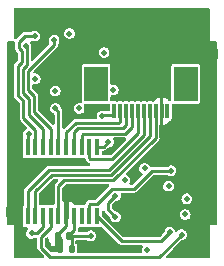
<source format=gbr>
%TF.GenerationSoftware,KiCad,Pcbnew,6.0.7-f9a2dced07~116~ubuntu20.04.1*%
%TF.CreationDate,2022-09-18T16:57:55+02:00*%
%TF.ProjectId,SRRReceiver,53525252-6563-4656-9976-65722e6b6963,rev?*%
%TF.SameCoordinates,Original*%
%TF.FileFunction,Copper,L4,Bot*%
%TF.FilePolarity,Positive*%
%FSLAX46Y46*%
G04 Gerber Fmt 4.6, Leading zero omitted, Abs format (unit mm)*
G04 Created by KiCad (PCBNEW 6.0.7-f9a2dced07~116~ubuntu20.04.1) date 2022-09-18 16:57:55*
%MOMM*%
%LPD*%
G01*
G04 APERTURE LIST*
G04 Aperture macros list*
%AMRoundRect*
0 Rectangle with rounded corners*
0 $1 Rounding radius*
0 $2 $3 $4 $5 $6 $7 $8 $9 X,Y pos of 4 corners*
0 Add a 4 corners polygon primitive as box body*
4,1,4,$2,$3,$4,$5,$6,$7,$8,$9,$2,$3,0*
0 Add four circle primitives for the rounded corners*
1,1,$1+$1,$2,$3*
1,1,$1+$1,$4,$5*
1,1,$1+$1,$6,$7*
1,1,$1+$1,$8,$9*
0 Add four rect primitives between the rounded corners*
20,1,$1+$1,$2,$3,$4,$5,0*
20,1,$1+$1,$4,$5,$6,$7,0*
20,1,$1+$1,$6,$7,$8,$9,0*
20,1,$1+$1,$8,$9,$2,$3,0*%
G04 Aperture macros list end*
%TA.AperFunction,SMDPad,CuDef*%
%ADD10R,0.450000X1.475000*%
%TD*%
%TA.AperFunction,ComponentPad*%
%ADD11R,0.500000X0.900000*%
%TD*%
%TA.AperFunction,SMDPad,CuDef*%
%ADD12R,0.300000X1.250000*%
%TD*%
%TA.AperFunction,SMDPad,CuDef*%
%ADD13R,2.000000X3.000000*%
%TD*%
%TA.AperFunction,SMDPad,CuDef*%
%ADD14RoundRect,0.140000X-0.140000X-0.170000X0.140000X-0.170000X0.140000X0.170000X-0.140000X0.170000X0*%
%TD*%
%TA.AperFunction,ViaPad*%
%ADD15C,0.500000*%
%TD*%
%TA.AperFunction,Conductor*%
%ADD16C,0.250000*%
%TD*%
G04 APERTURE END LIST*
D10*
%TO.P,IC1,1,PB7/PB8*%
%TO.N,SPI2_MOSI*%
X123025000Y-96238000D03*
%TO.P,IC1,2,PB9/PC14-OSC32_IN*%
%TO.N,SPI2_NSS*%
X122375000Y-96238000D03*
%TO.P,IC1,3,PC15-OSC32_OUT*%
%TO.N,unconnected-(IC1-Pad3)*%
X121725000Y-96238000D03*
%TO.P,IC1,4,VDD/VDDA*%
%TO.N,VDD*%
X121075000Y-96238000D03*
%TO.P,IC1,5,VSS/VSSA*%
%TO.N,GND*%
X120425000Y-96238000D03*
%TO.P,IC1,6,NRST*%
%TO.N,NRST*%
X119775000Y-96238000D03*
%TO.P,IC1,7,PA0*%
%TO.N,SPI2_SCK*%
X119125000Y-96238000D03*
%TO.P,IC1,8,PA1*%
%TO.N,GD0_INT_2*%
X118475000Y-96238000D03*
%TO.P,IC1,9,PA2*%
%TO.N,USART2_TX*%
X117825000Y-96238000D03*
%TO.P,IC1,10,PA3*%
%TO.N,USART2_RX*%
X117175000Y-96238000D03*
%TO.P,IC1,11,PA4*%
%TO.N,GD0_INT_1*%
X117175000Y-90362000D03*
%TO.P,IC1,12,PA5*%
%TO.N,SPI1_SCK*%
X117825000Y-90362000D03*
%TO.P,IC1,13,PA6*%
%TO.N,SPI1_MISO*%
X118475000Y-90362000D03*
%TO.P,IC1,14,PA7*%
%TO.N,SPI1_MOSI*%
X119125000Y-90362000D03*
%TO.P,IC1,15,PB0/PB1/PB2/PA8*%
%TO.N,SPI1_NSS*%
X119775000Y-90362000D03*
%TO.P,IC1,16,PA11[PA9]*%
%TO.N,I2C2_SCL*%
X120425000Y-90362000D03*
%TO.P,IC1,17,PA12[PA10]*%
%TO.N,I2C2_SDA*%
X121075000Y-90362000D03*
%TO.P,IC1,18,PA13*%
%TO.N,SYS_SWDIO*%
X121725000Y-90362000D03*
%TO.P,IC1,19,PA15/PA14-BOOT0*%
%TO.N,SYS_SWCLK*%
X122375000Y-90362000D03*
%TO.P,IC1,20,PB3/PB4/PB5/PB6*%
%TO.N,SPI2_MISO*%
X123025000Y-90362000D03*
%TD*%
D11*
%TO.P,AE2,2,Shield*%
%TO.N,GND*%
X133000000Y-82550000D03*
%TD*%
%TO.P,AE1,2,Shield*%
%TO.N,GND*%
X115600000Y-95900000D03*
%TD*%
D12*
%TO.P,J1,1,Pin_1*%
%TO.N,VDD*%
X124500000Y-87350000D03*
%TO.P,J1,2,Pin_2*%
%TO.N,I2C2_SCL*%
X125000000Y-87350000D03*
%TO.P,J1,3,Pin_3*%
%TO.N,I2C2_SDA*%
X125500000Y-87350000D03*
%TO.P,J1,4,Pin_4*%
%TO.N,SYS_SWDIO*%
X126000000Y-87350000D03*
%TO.P,J1,5,Pin_5*%
%TO.N,SYS_SWCLK*%
X126500000Y-87350000D03*
%TO.P,J1,6,Pin_6*%
%TO.N,USART2_RX*%
X127000000Y-87350000D03*
%TO.P,J1,7,Pin_7*%
%TO.N,USART2_TX*%
X127500000Y-87350000D03*
%TO.P,J1,8,Pin_8*%
%TO.N,NRST*%
X128000000Y-87350000D03*
%TO.P,J1,9,Pin_9*%
%TO.N,GND*%
X128500000Y-87350000D03*
%TO.P,J1,10,Pin_10*%
%TO.N,unconnected-(J1-Pad10)*%
X129000000Y-87350000D03*
D13*
%TO.P,J1,MP*%
%TO.N,N/C*%
X122960000Y-85030000D03*
X130540000Y-85030000D03*
%TD*%
D14*
%TO.P,C9,1*%
%TO.N,GND*%
X119920000Y-99000000D03*
%TO.P,C9,2*%
%TO.N,VDD*%
X120880000Y-99000000D03*
%TD*%
%TO.P,C8,1*%
%TO.N,GND*%
X119720000Y-97900000D03*
%TO.P,C8,2*%
%TO.N,VDD*%
X120680000Y-97900000D03*
%TD*%
D15*
%TO.N,GND*%
X130300000Y-79250000D03*
X120300000Y-83300000D03*
X130300000Y-99300000D03*
X127100000Y-96000000D03*
X130250000Y-80400000D03*
X116500000Y-98400000D03*
X128700000Y-85700000D03*
X126850000Y-80350000D03*
X116400000Y-92600000D03*
X118874500Y-98600000D03*
X131932578Y-87123938D03*
X125100000Y-79200000D03*
X124200000Y-90700000D03*
X128750000Y-81250000D03*
X116600000Y-79200000D03*
X126300000Y-79200000D03*
X117800000Y-92000000D03*
X116400000Y-91500000D03*
X116075500Y-82700000D03*
X131800000Y-94600000D03*
X121150000Y-83300000D03*
X125650000Y-85350000D03*
X127700000Y-79200000D03*
X118000000Y-79200000D03*
X119900000Y-79200000D03*
X116500000Y-97400000D03*
X131600000Y-81500000D03*
X127850000Y-86250000D03*
X121150000Y-84200000D03*
X116600000Y-89000000D03*
X116400000Y-90400000D03*
X129968767Y-92881233D03*
X122500000Y-93900000D03*
X131800000Y-91500000D03*
X128100000Y-96000000D03*
X118600000Y-86200000D03*
X131800000Y-90400000D03*
X131650000Y-79250000D03*
X131100000Y-89300000D03*
X116300000Y-94900000D03*
X131989502Y-86000000D03*
X131650000Y-80400000D03*
X117600000Y-99400000D03*
X116500000Y-99400000D03*
X132000000Y-99200000D03*
X128850000Y-82350000D03*
X116600000Y-80200000D03*
X130900000Y-97400000D03*
X117800000Y-80000000D03*
X122200000Y-79200000D03*
X116200000Y-86850000D03*
X120900000Y-91700000D03*
X120300000Y-84200000D03*
X118750000Y-94100000D03*
X127100000Y-95100000D03*
X130300000Y-91500000D03*
X131600000Y-82550000D03*
X128050000Y-81600000D03*
X132000000Y-98100000D03*
X121700000Y-98800000D03*
X131100000Y-88100000D03*
X129100000Y-79250000D03*
X127750000Y-80350000D03*
X117050000Y-92100000D03*
X123800000Y-79200000D03*
X127100000Y-91450000D03*
X128100000Y-95100000D03*
X120700000Y-93900000D03*
X131100000Y-98600000D03*
X125200000Y-82300000D03*
X121000000Y-79600000D03*
X129100000Y-90400000D03*
X129100000Y-80350000D03*
%TO.N,SPI2_MOSI*%
X129200000Y-97600000D03*
%TO.N,SPI2_NSS*%
X129300000Y-92400000D03*
%TO.N,VDD*%
X124409502Y-85550000D03*
X125400000Y-93200000D03*
X124600000Y-96300000D03*
X123450000Y-87750000D03*
X127300000Y-99100000D03*
X127068951Y-92198355D03*
X117800000Y-84600000D03*
X130635298Y-94764702D03*
X124600000Y-94500000D03*
X121522266Y-87122266D03*
X123637500Y-82387500D03*
X122500000Y-97900000D03*
X120700000Y-80778732D03*
%TO.N,SPI2_SCK*%
X130200000Y-97800000D03*
%TO.N,SPI1_SCK*%
X117775500Y-81000000D03*
%TO.N,SPI1_MISO*%
X117000000Y-81800000D03*
%TO.N,SPI1_NSS*%
X119509436Y-87121902D03*
%TO.N,SPI2_MISO*%
X130500000Y-96100000D03*
X124000000Y-89950000D03*
%TO.N,SPI1_MOSI*%
X119400000Y-81350000D03*
%TO.N,GD0_INT_2*%
X129100000Y-93700000D03*
X117500000Y-97700000D03*
%TO.N,GD0_INT_1*%
X117236803Y-89289456D03*
X119500000Y-85650000D03*
%TD*%
D16*
%TO.N,GND*%
X119720000Y-97800000D02*
X119920000Y-98000000D01*
X120425000Y-96238000D02*
X120425000Y-97075000D01*
X119720000Y-97780000D02*
X119720000Y-97900000D01*
X120425000Y-97075000D02*
X119720000Y-97780000D01*
X119920000Y-98000000D02*
X119920000Y-98900000D01*
%TO.N,SPI2_MOSI*%
X125137000Y-98350000D02*
X123025000Y-96238000D01*
X128450000Y-98350000D02*
X125137000Y-98350000D01*
X129200000Y-97600000D02*
X128450000Y-98350000D01*
%TO.N,SPI2_NSS*%
X127700000Y-92400000D02*
X126175000Y-93925000D01*
X122475000Y-95175500D02*
X122375000Y-95275500D01*
X124325000Y-93925000D02*
X123074500Y-95175500D01*
X122375000Y-95275500D02*
X122375000Y-96238000D01*
X126175000Y-93925000D02*
X124325000Y-93925000D01*
X123074500Y-95175500D02*
X122475000Y-95175500D01*
X129300000Y-92400000D02*
X127700000Y-92400000D01*
%TO.N,VDD*%
X124600000Y-96300000D02*
X123950000Y-95650000D01*
X120880000Y-98000000D02*
X120880000Y-98900000D01*
X121075000Y-97405000D02*
X120680000Y-97800000D01*
X123950000Y-95150000D02*
X124600000Y-94500000D01*
X123500000Y-87700000D02*
X124500000Y-87700000D01*
X123450000Y-87750000D02*
X123500000Y-87700000D01*
X121075000Y-96238000D02*
X121075000Y-97405000D01*
X120680000Y-97800000D02*
X120880000Y-98000000D01*
X120680000Y-97900000D02*
X122500000Y-97900000D01*
X123950000Y-95650000D02*
X123950000Y-95150000D01*
%TO.N,NRST*%
X119775000Y-93697792D02*
X120272792Y-93200000D01*
X120272792Y-93200000D02*
X124422361Y-93200000D01*
X119775000Y-96238000D02*
X119775000Y-93697792D01*
X124422361Y-93200000D02*
X128000000Y-89622361D01*
X128000000Y-89622361D02*
X128000000Y-87575000D01*
%TO.N,SPI2_SCK*%
X118300000Y-98025500D02*
X119125000Y-97200500D01*
X119075000Y-99675000D02*
X118300000Y-98900000D01*
X119125000Y-97200500D02*
X119125000Y-96238000D01*
X128325000Y-99675000D02*
X119075000Y-99675000D01*
X118300000Y-98900000D02*
X118300000Y-98025500D01*
X130200000Y-97800000D02*
X128325000Y-99675000D01*
%TO.N,USART2_TX*%
X127500000Y-89485965D02*
X127500000Y-87575000D01*
X117825000Y-96238000D02*
X117825000Y-94111396D01*
X124235965Y-92750000D02*
X127500000Y-89485965D01*
X117825000Y-94111396D02*
X119186396Y-92750000D01*
X119186396Y-92750000D02*
X124235965Y-92750000D01*
%TO.N,USART2_RX*%
X117175000Y-96238000D02*
X117175000Y-94125000D01*
X117175000Y-94125000D02*
X119000000Y-92300000D01*
X127000000Y-89349569D02*
X127000000Y-87575000D01*
X119000000Y-92300000D02*
X124049569Y-92300000D01*
X124049569Y-92300000D02*
X127000000Y-89349569D01*
%TO.N,SPI1_SCK*%
X117825000Y-90362000D02*
X117825000Y-88925000D01*
X116800000Y-87900000D02*
X116800000Y-86498431D01*
X116900000Y-81000000D02*
X117775500Y-81000000D01*
X116325000Y-83553130D02*
X116650000Y-83228130D01*
X116650000Y-83228130D02*
X116650000Y-82263173D01*
X116800000Y-86498431D02*
X116325000Y-86023431D01*
X116650000Y-82263173D02*
X116425000Y-82038173D01*
X117825000Y-88925000D02*
X116800000Y-87900000D01*
X116425000Y-82038173D02*
X116425000Y-81475000D01*
X116325000Y-86023431D02*
X116325000Y-83553130D01*
X116425000Y-81475000D02*
X116900000Y-81000000D01*
%TO.N,SPI1_MISO*%
X117250000Y-86312035D02*
X117250000Y-87650000D01*
X117100000Y-81900000D02*
X117100000Y-83414526D01*
X116775000Y-85837035D02*
X117250000Y-86312035D01*
X117100000Y-83414526D02*
X116775000Y-83739526D01*
X118475000Y-88875000D02*
X118475000Y-90362000D01*
X117000000Y-81800000D02*
X117100000Y-81900000D01*
X117250000Y-87650000D02*
X118475000Y-88875000D01*
X116775000Y-83739526D02*
X116775000Y-85837035D01*
%TO.N,SPI1_NSS*%
X119509436Y-87121902D02*
X119775000Y-87387466D01*
X119775000Y-87387466D02*
X119775000Y-90362000D01*
%TO.N,I2C2_SCL*%
X125000000Y-88200000D02*
X124875000Y-88325000D01*
X124875000Y-88325000D02*
X121238604Y-88325000D01*
X121238604Y-88325000D02*
X120425000Y-89138604D01*
X120425000Y-89138604D02*
X120425000Y-90362000D01*
X125000000Y-87375000D02*
X125000000Y-88200000D01*
%TO.N,I2C2_SDA*%
X125500000Y-87575000D02*
X125500000Y-88500000D01*
X125500000Y-88500000D02*
X125200000Y-88800000D01*
X121400000Y-88800000D02*
X121075000Y-89125000D01*
X125200000Y-88800000D02*
X121400000Y-88800000D01*
X121075000Y-89125000D02*
X121075000Y-90362000D01*
%TO.N,SYS_SWDIO*%
X126000000Y-88650000D02*
X126000000Y-87700000D01*
X121874500Y-89250000D02*
X125400000Y-89250000D01*
X125400000Y-89250000D02*
X126000000Y-88650000D01*
X121725000Y-89399500D02*
X121874500Y-89250000D01*
X121725000Y-90362000D02*
X121725000Y-89399500D01*
%TO.N,SYS_SWCLK*%
X122375000Y-90362000D02*
X122375000Y-91324500D01*
X124288673Y-91424500D02*
X126500000Y-89213173D01*
X122475000Y-91424500D02*
X124288673Y-91424500D01*
X122375000Y-91324500D02*
X122475000Y-91424500D01*
X126500000Y-89213173D02*
X126500000Y-87575000D01*
%TO.N,SPI2_MISO*%
X123588000Y-90362000D02*
X123025000Y-90362000D01*
X124000000Y-89950000D02*
X123588000Y-90362000D01*
%TO.N,SPI1_MOSI*%
X119125000Y-88825000D02*
X119125000Y-90362000D01*
X117225000Y-83925922D02*
X117225000Y-85575000D01*
X117700000Y-86050000D02*
X117700000Y-87400000D01*
X117225000Y-85575000D02*
X117700000Y-86050000D01*
X117700000Y-87400000D02*
X119125000Y-88825000D01*
X119400000Y-81750922D02*
X117225000Y-83925922D01*
X119400000Y-81350000D02*
X119400000Y-81750922D01*
%TO.N,GD0_INT_2*%
X117975500Y-97700000D02*
X117500000Y-97700000D01*
X118475000Y-96238000D02*
X118475000Y-97200500D01*
X118475000Y-97200500D02*
X117975500Y-97700000D01*
%TO.N,GD0_INT_1*%
X117175000Y-90362000D02*
X117175000Y-89351259D01*
X117175000Y-89351259D02*
X117236803Y-89289456D01*
%TD*%
%TA.AperFunction,Conductor*%
%TO.N,GND*%
G36*
X132541121Y-78621002D02*
G01*
X132587614Y-78674658D01*
X132599000Y-78727000D01*
X132599000Y-81399802D01*
X132598918Y-81400000D01*
X132599000Y-81400198D01*
X132599235Y-81400765D01*
X132600000Y-81401082D01*
X132600198Y-81401000D01*
X133074000Y-81401000D01*
X133142121Y-81421002D01*
X133188614Y-81474658D01*
X133200000Y-81527000D01*
X133200000Y-96873000D01*
X133179998Y-96941121D01*
X133126342Y-96987614D01*
X133074000Y-96999000D01*
X132600198Y-96999000D01*
X132600000Y-96998918D01*
X132599802Y-96999000D01*
X132599235Y-96999235D01*
X132598918Y-97000000D01*
X132599000Y-97000198D01*
X132599000Y-99673000D01*
X132578998Y-99741121D01*
X132525342Y-99787614D01*
X132473000Y-99799000D01*
X128965516Y-99799000D01*
X128897395Y-99778998D01*
X128850902Y-99725342D01*
X128840798Y-99655068D01*
X128870292Y-99590488D01*
X128876421Y-99583905D01*
X129447282Y-99013045D01*
X130172789Y-98287538D01*
X130235101Y-98253512D01*
X130246310Y-98251599D01*
X130247277Y-98251478D01*
X130256255Y-98251643D01*
X130318505Y-98234672D01*
X130372092Y-98220062D01*
X130372093Y-98220062D01*
X130380755Y-98217700D01*
X130388405Y-98213003D01*
X130388407Y-98213002D01*
X130483072Y-98154878D01*
X130483075Y-98154875D01*
X130490724Y-98150179D01*
X130496750Y-98143522D01*
X130571300Y-98061161D01*
X130571303Y-98061157D01*
X130577322Y-98054507D01*
X130633588Y-97938375D01*
X130637367Y-97915917D01*
X130654190Y-97815917D01*
X130654997Y-97811120D01*
X130655133Y-97800000D01*
X130643627Y-97719658D01*
X130638112Y-97681145D01*
X130638111Y-97681142D01*
X130636839Y-97672259D01*
X130630077Y-97657386D01*
X130587145Y-97562962D01*
X130587143Y-97562959D01*
X130583428Y-97554788D01*
X130548529Y-97514286D01*
X130505051Y-97463826D01*
X130505049Y-97463824D01*
X130499193Y-97457028D01*
X130390906Y-97386841D01*
X130382311Y-97384271D01*
X130382310Y-97384270D01*
X130275874Y-97352438D01*
X130275872Y-97352438D01*
X130267273Y-97349866D01*
X130258298Y-97349811D01*
X130258297Y-97349811D01*
X130203641Y-97349477D01*
X130138231Y-97349078D01*
X130089652Y-97362962D01*
X130022786Y-97382072D01*
X130022784Y-97382073D01*
X130014155Y-97384539D01*
X129905019Y-97453399D01*
X129885236Y-97475799D01*
X129849656Y-97516085D01*
X129789570Y-97553903D01*
X129718576Y-97553232D01*
X129659215Y-97514286D01*
X129636942Y-97472978D01*
X129636839Y-97472259D01*
X129602179Y-97396028D01*
X129587145Y-97362962D01*
X129587143Y-97362959D01*
X129583428Y-97354788D01*
X129537943Y-97302000D01*
X129505051Y-97263826D01*
X129505049Y-97263824D01*
X129499193Y-97257028D01*
X129390906Y-97186841D01*
X129382311Y-97184271D01*
X129382310Y-97184270D01*
X129275874Y-97152438D01*
X129275872Y-97152438D01*
X129267273Y-97149866D01*
X129258298Y-97149811D01*
X129258297Y-97149811D01*
X129203641Y-97149477D01*
X129138231Y-97149078D01*
X129108861Y-97157472D01*
X129022786Y-97182072D01*
X129022784Y-97182073D01*
X129014155Y-97184539D01*
X128905019Y-97253399D01*
X128899076Y-97260128D01*
X128899075Y-97260129D01*
X128877517Y-97284539D01*
X128819596Y-97350122D01*
X128815782Y-97358245D01*
X128815781Y-97358247D01*
X128800065Y-97391721D01*
X128764754Y-97466932D01*
X128763374Y-97475796D01*
X128763373Y-97475799D01*
X128751166Y-97554201D01*
X128720922Y-97618433D01*
X128715762Y-97623911D01*
X128533416Y-97806258D01*
X128352079Y-97987595D01*
X128289766Y-98021620D01*
X128262983Y-98024500D01*
X125324016Y-98024500D01*
X125255895Y-98004498D01*
X125234921Y-97987595D01*
X123487405Y-96240079D01*
X123453379Y-96177767D01*
X123450500Y-96150984D01*
X123450500Y-95906079D01*
X123470502Y-95837958D01*
X123524158Y-95791465D01*
X123594432Y-95781361D01*
X123659012Y-95810855D01*
X123685620Y-95843080D01*
X123696806Y-95862455D01*
X123705251Y-95869541D01*
X123725682Y-95886685D01*
X123733785Y-95894111D01*
X124116237Y-96276563D01*
X124150263Y-96338875D01*
X124152077Y-96349314D01*
X124161633Y-96422394D01*
X124171258Y-96444268D01*
X124201709Y-96513473D01*
X124213605Y-96540510D01*
X124219382Y-96547383D01*
X124219383Y-96547384D01*
X124222963Y-96551643D01*
X124296639Y-96639291D01*
X124404060Y-96710796D01*
X124527233Y-96749278D01*
X124536203Y-96749442D01*
X124536207Y-96749443D01*
X124594942Y-96750519D01*
X124656255Y-96751643D01*
X124718505Y-96734672D01*
X124772092Y-96720062D01*
X124772093Y-96720062D01*
X124780755Y-96717700D01*
X124788405Y-96713003D01*
X124788407Y-96713002D01*
X124883072Y-96654878D01*
X124883075Y-96654875D01*
X124890724Y-96650179D01*
X124896750Y-96643522D01*
X124971300Y-96561161D01*
X124971303Y-96561157D01*
X124977322Y-96554507D01*
X125033588Y-96438375D01*
X125054997Y-96311120D01*
X125055133Y-96300000D01*
X125042744Y-96213489D01*
X125038112Y-96181145D01*
X125038111Y-96181142D01*
X125036839Y-96172259D01*
X125001457Y-96094440D01*
X130044901Y-96094440D01*
X130046065Y-96103342D01*
X130046065Y-96103345D01*
X130060468Y-96213489D01*
X130060469Y-96213493D01*
X130061633Y-96222394D01*
X130113605Y-96340510D01*
X130119382Y-96347383D01*
X130119383Y-96347384D01*
X130188431Y-96429526D01*
X130196639Y-96439291D01*
X130304060Y-96510796D01*
X130372858Y-96532290D01*
X130418124Y-96546432D01*
X130427233Y-96549278D01*
X130436203Y-96549442D01*
X130436207Y-96549443D01*
X130494942Y-96550519D01*
X130556255Y-96551643D01*
X130627240Y-96532290D01*
X130672092Y-96520062D01*
X130672093Y-96520062D01*
X130680755Y-96517700D01*
X130688405Y-96513003D01*
X130688407Y-96513002D01*
X130783072Y-96454878D01*
X130783075Y-96454875D01*
X130790724Y-96450179D01*
X130797224Y-96442998D01*
X130871300Y-96361161D01*
X130871303Y-96361157D01*
X130877322Y-96354507D01*
X130933588Y-96238375D01*
X130946086Y-96164090D01*
X130954190Y-96115917D01*
X130954997Y-96111120D01*
X130955133Y-96100000D01*
X130936839Y-95972259D01*
X130906749Y-95906079D01*
X130887145Y-95862962D01*
X130887143Y-95862959D01*
X130883428Y-95854788D01*
X130820160Y-95781361D01*
X130805051Y-95763826D01*
X130805049Y-95763824D01*
X130799193Y-95757028D01*
X130690906Y-95686841D01*
X130682311Y-95684271D01*
X130682310Y-95684270D01*
X130575874Y-95652438D01*
X130575872Y-95652438D01*
X130567273Y-95649866D01*
X130558298Y-95649811D01*
X130558297Y-95649811D01*
X130503641Y-95649477D01*
X130438231Y-95649078D01*
X130426475Y-95652438D01*
X130322786Y-95682072D01*
X130322784Y-95682073D01*
X130314155Y-95684539D01*
X130205019Y-95753399D01*
X130119596Y-95850122D01*
X130115782Y-95858245D01*
X130115781Y-95858247D01*
X130100772Y-95890216D01*
X130064754Y-95966932D01*
X130063374Y-95975798D01*
X130046282Y-96085567D01*
X130046282Y-96085571D01*
X130044901Y-96094440D01*
X125001457Y-96094440D01*
X124987145Y-96062962D01*
X124987143Y-96062959D01*
X124983428Y-96054788D01*
X124957625Y-96024842D01*
X124905051Y-95963826D01*
X124905049Y-95963824D01*
X124899193Y-95957028D01*
X124790906Y-95886841D01*
X124782311Y-95884271D01*
X124782310Y-95884270D01*
X124675874Y-95852438D01*
X124675872Y-95852438D01*
X124667273Y-95849866D01*
X124658297Y-95849811D01*
X124649417Y-95848484D01*
X124649747Y-95846279D01*
X124593578Y-95829410D01*
X124573254Y-95812928D01*
X124312405Y-95552079D01*
X124278379Y-95489767D01*
X124275500Y-95462984D01*
X124275500Y-95337016D01*
X124295502Y-95268895D01*
X124312405Y-95247921D01*
X124572788Y-94987538D01*
X124635100Y-94953512D01*
X124646309Y-94951599D01*
X124647277Y-94951478D01*
X124656255Y-94951643D01*
X124763861Y-94922306D01*
X124772092Y-94920062D01*
X124772093Y-94920062D01*
X124780755Y-94917700D01*
X124788405Y-94913003D01*
X124788407Y-94913002D01*
X124883072Y-94854878D01*
X124883075Y-94854875D01*
X124890724Y-94850179D01*
X124958029Y-94775822D01*
X124971300Y-94761161D01*
X124971303Y-94761157D01*
X124973127Y-94759142D01*
X130180199Y-94759142D01*
X130181363Y-94768044D01*
X130181363Y-94768047D01*
X130195766Y-94878191D01*
X130195767Y-94878195D01*
X130196931Y-94887096D01*
X130200548Y-94895316D01*
X130244576Y-94995377D01*
X130248903Y-95005212D01*
X130254680Y-95012085D01*
X130254681Y-95012086D01*
X130277152Y-95038818D01*
X130331937Y-95103993D01*
X130439358Y-95175498D01*
X130562531Y-95213980D01*
X130571501Y-95214144D01*
X130571505Y-95214145D01*
X130630240Y-95215221D01*
X130691553Y-95216345D01*
X130766624Y-95195878D01*
X130807390Y-95184764D01*
X130807391Y-95184764D01*
X130816053Y-95182402D01*
X130823703Y-95177705D01*
X130823705Y-95177704D01*
X130918370Y-95119580D01*
X130918373Y-95119577D01*
X130926022Y-95114881D01*
X130935006Y-95104956D01*
X131006598Y-95025863D01*
X131006601Y-95025859D01*
X131012620Y-95019209D01*
X131068886Y-94903077D01*
X131073451Y-94875946D01*
X131089488Y-94780619D01*
X131090295Y-94775822D01*
X131090431Y-94764702D01*
X131072137Y-94636961D01*
X131018726Y-94519490D01*
X130934491Y-94421730D01*
X130826204Y-94351543D01*
X130817609Y-94348973D01*
X130817608Y-94348972D01*
X130711172Y-94317140D01*
X130711170Y-94317140D01*
X130702571Y-94314568D01*
X130693596Y-94314513D01*
X130693595Y-94314513D01*
X130638939Y-94314179D01*
X130573529Y-94313780D01*
X130511491Y-94331511D01*
X130458084Y-94346774D01*
X130458082Y-94346775D01*
X130449453Y-94349241D01*
X130340317Y-94418101D01*
X130254894Y-94514824D01*
X130251080Y-94522947D01*
X130251079Y-94522949D01*
X130225092Y-94578300D01*
X130200052Y-94631634D01*
X130190924Y-94690260D01*
X130181580Y-94750269D01*
X130181580Y-94750273D01*
X130180199Y-94759142D01*
X124973127Y-94759142D01*
X124977322Y-94754507D01*
X125033588Y-94638375D01*
X125054997Y-94511120D01*
X125055133Y-94500000D01*
X125040004Y-94394361D01*
X125050146Y-94324095D01*
X125096669Y-94270465D01*
X125164731Y-94250500D01*
X126155290Y-94250500D01*
X126166272Y-94250980D01*
X126192820Y-94253303D01*
X126192822Y-94253303D01*
X126203807Y-94254264D01*
X126240215Y-94244508D01*
X126250942Y-94242130D01*
X126254301Y-94241538D01*
X126288045Y-94235588D01*
X126297590Y-94230077D01*
X126300866Y-94228885D01*
X126304034Y-94227408D01*
X126314684Y-94224554D01*
X126345544Y-94202945D01*
X126354815Y-94197039D01*
X126377906Y-94183707D01*
X126387455Y-94178194D01*
X126411685Y-94149317D01*
X126419111Y-94141215D01*
X126865886Y-93694440D01*
X128644901Y-93694440D01*
X128646065Y-93703342D01*
X128646065Y-93703345D01*
X128660468Y-93813489D01*
X128660469Y-93813493D01*
X128661633Y-93822394D01*
X128713605Y-93940510D01*
X128719382Y-93947383D01*
X128719383Y-93947384D01*
X128763076Y-93999363D01*
X128796639Y-94039291D01*
X128904060Y-94110796D01*
X128977461Y-94133728D01*
X129012612Y-94144710D01*
X129027233Y-94149278D01*
X129036203Y-94149442D01*
X129036207Y-94149443D01*
X129094942Y-94150519D01*
X129156255Y-94151643D01*
X129221966Y-94133728D01*
X129272092Y-94120062D01*
X129272093Y-94120062D01*
X129280755Y-94117700D01*
X129288405Y-94113003D01*
X129288407Y-94113002D01*
X129383072Y-94054878D01*
X129383075Y-94054875D01*
X129390724Y-94050179D01*
X129396750Y-94043522D01*
X129471300Y-93961161D01*
X129471303Y-93961157D01*
X129477322Y-93954507D01*
X129533588Y-93838375D01*
X129540766Y-93795713D01*
X129554190Y-93715917D01*
X129554997Y-93711120D01*
X129555065Y-93705530D01*
X129555074Y-93704859D01*
X129555074Y-93704853D01*
X129555133Y-93700000D01*
X129541802Y-93606915D01*
X129538112Y-93581145D01*
X129538111Y-93581142D01*
X129536839Y-93572259D01*
X129526299Y-93549077D01*
X129487145Y-93462962D01*
X129487143Y-93462959D01*
X129483428Y-93454788D01*
X129399193Y-93357028D01*
X129290906Y-93286841D01*
X129282311Y-93284271D01*
X129282310Y-93284270D01*
X129175874Y-93252438D01*
X129175872Y-93252438D01*
X129167273Y-93249866D01*
X129158298Y-93249811D01*
X129158297Y-93249811D01*
X129103641Y-93249477D01*
X129038231Y-93249078D01*
X129026475Y-93252438D01*
X128922786Y-93282072D01*
X128922784Y-93282073D01*
X128914155Y-93284539D01*
X128805019Y-93353399D01*
X128719596Y-93450122D01*
X128715782Y-93458245D01*
X128715781Y-93458247D01*
X128698579Y-93494886D01*
X128664754Y-93566932D01*
X128659683Y-93599500D01*
X128646282Y-93685567D01*
X128646282Y-93685571D01*
X128644901Y-93694440D01*
X126865886Y-93694440D01*
X127797921Y-92762405D01*
X127860233Y-92728379D01*
X127887016Y-92725500D01*
X128937820Y-92725500D01*
X129007639Y-92746613D01*
X129104060Y-92810796D01*
X129227233Y-92849278D01*
X129236203Y-92849442D01*
X129236207Y-92849443D01*
X129294942Y-92850519D01*
X129356255Y-92851643D01*
X129418505Y-92834671D01*
X129472092Y-92820062D01*
X129472093Y-92820062D01*
X129480755Y-92817700D01*
X129488405Y-92813003D01*
X129488407Y-92813002D01*
X129583072Y-92754878D01*
X129583075Y-92754875D01*
X129590724Y-92750179D01*
X129599274Y-92740733D01*
X129671300Y-92661161D01*
X129671303Y-92661157D01*
X129677322Y-92654507D01*
X129733588Y-92538375D01*
X129754997Y-92411120D01*
X129755133Y-92400000D01*
X129744961Y-92328969D01*
X129738112Y-92281145D01*
X129738111Y-92281142D01*
X129736839Y-92272259D01*
X129700709Y-92192795D01*
X129687145Y-92162962D01*
X129687143Y-92162959D01*
X129683428Y-92154788D01*
X129622701Y-92084310D01*
X129605051Y-92063826D01*
X129605049Y-92063824D01*
X129599193Y-92057028D01*
X129490906Y-91986841D01*
X129482311Y-91984271D01*
X129482310Y-91984270D01*
X129375874Y-91952438D01*
X129375872Y-91952438D01*
X129367273Y-91949866D01*
X129358298Y-91949811D01*
X129358297Y-91949811D01*
X129303641Y-91949477D01*
X129238231Y-91949078D01*
X129176193Y-91966809D01*
X129122786Y-91982072D01*
X129122784Y-91982073D01*
X129114155Y-91984539D01*
X129005019Y-92053399D01*
X129003353Y-92050759D01*
X128952652Y-92073372D01*
X128935829Y-92074500D01*
X127719710Y-92074500D01*
X127708728Y-92074020D01*
X127682180Y-92071697D01*
X127682178Y-92071697D01*
X127671193Y-92070736D01*
X127634785Y-92080492D01*
X127624057Y-92082870D01*
X127615890Y-92084310D01*
X127545331Y-92076440D01*
X127490227Y-92031673D01*
X127479310Y-92012375D01*
X127469919Y-91991721D01*
X127452379Y-91953143D01*
X127368144Y-91855383D01*
X127259857Y-91785196D01*
X127251262Y-91782626D01*
X127251261Y-91782625D01*
X127144825Y-91750793D01*
X127144823Y-91750793D01*
X127136224Y-91748221D01*
X127127249Y-91748166D01*
X127127248Y-91748166D01*
X127072592Y-91747832D01*
X127007182Y-91747433D01*
X126995426Y-91750793D01*
X126891737Y-91780427D01*
X126891735Y-91780428D01*
X126883106Y-91782894D01*
X126773970Y-91851754D01*
X126688547Y-91948477D01*
X126684733Y-91956600D01*
X126684732Y-91956602D01*
X126669328Y-91989412D01*
X126633705Y-92065287D01*
X126630825Y-92083785D01*
X126615233Y-92183922D01*
X126615233Y-92183926D01*
X126613852Y-92192795D01*
X126615016Y-92201697D01*
X126615016Y-92201700D01*
X126629419Y-92311844D01*
X126629420Y-92311848D01*
X126630584Y-92320749D01*
X126682556Y-92438865D01*
X126765590Y-92537646D01*
X126773067Y-92542623D01*
X126839543Y-92586873D01*
X126885166Y-92641270D01*
X126894137Y-92711697D01*
X126858819Y-92780855D01*
X126077079Y-93562595D01*
X126014767Y-93596621D01*
X125987984Y-93599500D01*
X125908130Y-93599500D01*
X125840009Y-93579498D01*
X125793516Y-93525842D01*
X125783412Y-93455568D01*
X125794738Y-93418562D01*
X125829674Y-93346454D01*
X125829675Y-93346452D01*
X125833588Y-93338375D01*
X125841627Y-93290595D01*
X125854190Y-93215917D01*
X125854997Y-93211120D01*
X125855133Y-93200000D01*
X125844727Y-93127338D01*
X125838112Y-93081145D01*
X125838111Y-93081142D01*
X125836839Y-93072259D01*
X125783428Y-92954788D01*
X125699193Y-92857028D01*
X125590906Y-92786841D01*
X125582311Y-92784271D01*
X125582310Y-92784270D01*
X125566076Y-92779415D01*
X125506543Y-92740733D01*
X125477373Y-92676005D01*
X125487829Y-92605782D01*
X125513084Y-92569603D01*
X128216215Y-89866472D01*
X128224319Y-89859045D01*
X128244749Y-89841902D01*
X128253194Y-89834816D01*
X128265160Y-89814090D01*
X128272039Y-89802176D01*
X128277945Y-89792905D01*
X128299554Y-89762045D01*
X128302408Y-89751395D01*
X128303885Y-89748227D01*
X128305077Y-89744951D01*
X128310588Y-89735406D01*
X128317130Y-89698303D01*
X128319509Y-89687571D01*
X128329264Y-89651168D01*
X128325979Y-89613618D01*
X128325500Y-89602637D01*
X128325500Y-88550476D01*
X128345502Y-88482355D01*
X128347886Y-88479171D01*
X128350000Y-88469452D01*
X128350000Y-87999826D01*
X128350167Y-87996422D01*
X128350500Y-87994748D01*
X128649500Y-87994748D01*
X128649833Y-87996422D01*
X128650000Y-87999826D01*
X128650000Y-88464884D01*
X128654475Y-88480123D01*
X128655865Y-88481328D01*
X128663548Y-88482999D01*
X128694669Y-88482999D01*
X128701490Y-88482629D01*
X128752352Y-88477105D01*
X128767604Y-88473479D01*
X128888054Y-88428324D01*
X128903649Y-88419786D01*
X129005724Y-88343285D01*
X129018285Y-88330724D01*
X129099533Y-88222315D01*
X129156392Y-88179800D01*
X129175777Y-88174301D01*
X129216061Y-88166288D01*
X129216062Y-88166288D01*
X129228231Y-88163867D01*
X129294552Y-88119552D01*
X129338867Y-88053231D01*
X129345143Y-88021682D01*
X129349293Y-88000816D01*
X129350500Y-87994748D01*
X129350500Y-86850266D01*
X129370502Y-86782145D01*
X129424158Y-86735652D01*
X129501079Y-86726687D01*
X129514103Y-86729277D01*
X129520252Y-86730500D01*
X131559748Y-86730500D01*
X131565821Y-86729292D01*
X131606061Y-86721288D01*
X131606062Y-86721288D01*
X131618231Y-86718867D01*
X131684552Y-86674552D01*
X131728867Y-86608231D01*
X131734394Y-86580448D01*
X131739293Y-86555816D01*
X131740500Y-86549748D01*
X131740500Y-83510252D01*
X131728867Y-83451769D01*
X131684552Y-83385448D01*
X131618231Y-83341133D01*
X131606062Y-83338712D01*
X131606061Y-83338712D01*
X131565816Y-83330707D01*
X131559748Y-83329500D01*
X129520252Y-83329500D01*
X129514184Y-83330707D01*
X129473939Y-83338712D01*
X129473938Y-83338712D01*
X129461769Y-83341133D01*
X129395448Y-83385448D01*
X129351133Y-83451769D01*
X129339500Y-83510252D01*
X129339500Y-86404734D01*
X129319498Y-86472855D01*
X129265842Y-86519348D01*
X129188918Y-86528313D01*
X129175777Y-86525699D01*
X129112867Y-86492791D01*
X129099533Y-86477685D01*
X129018285Y-86369276D01*
X129005724Y-86356715D01*
X128903649Y-86280214D01*
X128888054Y-86271676D01*
X128767606Y-86226522D01*
X128752351Y-86222895D01*
X128701486Y-86217369D01*
X128694672Y-86217000D01*
X128668115Y-86217000D01*
X128652876Y-86221475D01*
X128651671Y-86222865D01*
X128650000Y-86230548D01*
X128650000Y-86700174D01*
X128649833Y-86703578D01*
X128649500Y-86705252D01*
X128649500Y-87994748D01*
X128350500Y-87994748D01*
X128350500Y-86705252D01*
X128350167Y-86703578D01*
X128350000Y-86700174D01*
X128350000Y-86235116D01*
X128345525Y-86219877D01*
X128344135Y-86218672D01*
X128336452Y-86217001D01*
X128305331Y-86217001D01*
X128298510Y-86217371D01*
X128247648Y-86222895D01*
X128232396Y-86226521D01*
X128111946Y-86271676D01*
X128096351Y-86280214D01*
X127994276Y-86356715D01*
X127981715Y-86369276D01*
X127900467Y-86477685D01*
X127843608Y-86520200D01*
X127824223Y-86525699D01*
X127774579Y-86535574D01*
X127725421Y-86535574D01*
X127669748Y-86524500D01*
X127330252Y-86524500D01*
X127274579Y-86535574D01*
X127225421Y-86535574D01*
X127169748Y-86524500D01*
X126830252Y-86524500D01*
X126774579Y-86535574D01*
X126725421Y-86535574D01*
X126669748Y-86524500D01*
X126330252Y-86524500D01*
X126274579Y-86535574D01*
X126225421Y-86535574D01*
X126169748Y-86524500D01*
X125830252Y-86524500D01*
X125774579Y-86535574D01*
X125725421Y-86535574D01*
X125669748Y-86524500D01*
X125330252Y-86524500D01*
X125274579Y-86535574D01*
X125225421Y-86535574D01*
X125169748Y-86524500D01*
X124830252Y-86524500D01*
X124774579Y-86535574D01*
X124725421Y-86535574D01*
X124669748Y-86524500D01*
X124330252Y-86524500D01*
X124324179Y-86525708D01*
X124311079Y-86528313D01*
X124240365Y-86521984D01*
X124184299Y-86478429D01*
X124160500Y-86404734D01*
X124160500Y-86115589D01*
X124180502Y-86047468D01*
X124234158Y-86000975D01*
X124304432Y-85990871D01*
X124324070Y-85995321D01*
X124336735Y-85999278D01*
X124345705Y-85999442D01*
X124345709Y-85999443D01*
X124404444Y-86000519D01*
X124465757Y-86001643D01*
X124547027Y-85979486D01*
X124581594Y-85970062D01*
X124581595Y-85970062D01*
X124590257Y-85967700D01*
X124597907Y-85963003D01*
X124597909Y-85963002D01*
X124692574Y-85904878D01*
X124692577Y-85904875D01*
X124700226Y-85900179D01*
X124708978Y-85890510D01*
X124780802Y-85811161D01*
X124780805Y-85811157D01*
X124786824Y-85804507D01*
X124843090Y-85688375D01*
X124846869Y-85665917D01*
X124863692Y-85565917D01*
X124864499Y-85561120D01*
X124864635Y-85550000D01*
X124846341Y-85422259D01*
X124839970Y-85408247D01*
X124796647Y-85312962D01*
X124796645Y-85312959D01*
X124792930Y-85304788D01*
X124767127Y-85274842D01*
X124714553Y-85213826D01*
X124714551Y-85213824D01*
X124708695Y-85207028D01*
X124600408Y-85136841D01*
X124591813Y-85134271D01*
X124591812Y-85134270D01*
X124485376Y-85102438D01*
X124485374Y-85102438D01*
X124476775Y-85099866D01*
X124467800Y-85099811D01*
X124467799Y-85099811D01*
X124413143Y-85099477D01*
X124347733Y-85099078D01*
X124321124Y-85106683D01*
X124250132Y-85106171D01*
X124190683Y-85067358D01*
X124161657Y-85002567D01*
X124160500Y-84985534D01*
X124160500Y-83510252D01*
X124148867Y-83451769D01*
X124104552Y-83385448D01*
X124038231Y-83341133D01*
X124026062Y-83338712D01*
X124026061Y-83338712D01*
X123985816Y-83330707D01*
X123979748Y-83329500D01*
X121940252Y-83329500D01*
X121934184Y-83330707D01*
X121893939Y-83338712D01*
X121893938Y-83338712D01*
X121881769Y-83341133D01*
X121815448Y-83385448D01*
X121771133Y-83451769D01*
X121759500Y-83510252D01*
X121759500Y-86549748D01*
X121757742Y-86549748D01*
X121746077Y-86611281D01*
X121697241Y-86662813D01*
X121628297Y-86679762D01*
X121600368Y-86675037D01*
X121598138Y-86674704D01*
X121589539Y-86672132D01*
X121580564Y-86672077D01*
X121580563Y-86672077D01*
X121525907Y-86671743D01*
X121460497Y-86671344D01*
X121398459Y-86689074D01*
X121345052Y-86704338D01*
X121345050Y-86704339D01*
X121336421Y-86706805D01*
X121227285Y-86775665D01*
X121221342Y-86782394D01*
X121221341Y-86782395D01*
X121153617Y-86859078D01*
X121141862Y-86872388D01*
X121138048Y-86880511D01*
X121138047Y-86880513D01*
X121124836Y-86908652D01*
X121087020Y-86989198D01*
X121085640Y-86998064D01*
X121068548Y-87107833D01*
X121068548Y-87107837D01*
X121067167Y-87116706D01*
X121068331Y-87125608D01*
X121068331Y-87125611D01*
X121082734Y-87235755D01*
X121082735Y-87235759D01*
X121083899Y-87244660D01*
X121087516Y-87252880D01*
X121126608Y-87341723D01*
X121135871Y-87362776D01*
X121141648Y-87369649D01*
X121141649Y-87369650D01*
X121175675Y-87410129D01*
X121218905Y-87461557D01*
X121326326Y-87533062D01*
X121449499Y-87571544D01*
X121458469Y-87571708D01*
X121458473Y-87571709D01*
X121517208Y-87572785D01*
X121578521Y-87573909D01*
X121675160Y-87547562D01*
X121694358Y-87542328D01*
X121694359Y-87542328D01*
X121703021Y-87539966D01*
X121710671Y-87535269D01*
X121710673Y-87535268D01*
X121805338Y-87477144D01*
X121805341Y-87477141D01*
X121812990Y-87472445D01*
X121819016Y-87465788D01*
X121893566Y-87383427D01*
X121893569Y-87383423D01*
X121899588Y-87376773D01*
X121955854Y-87260641D01*
X121958018Y-87247782D01*
X121976456Y-87138183D01*
X121977263Y-87133386D01*
X121977399Y-87122266D01*
X121959105Y-86994525D01*
X121955391Y-86986357D01*
X121955390Y-86986353D01*
X121920061Y-86908652D01*
X121910073Y-86838361D01*
X121939674Y-86773829D01*
X121999464Y-86735545D01*
X122034761Y-86730500D01*
X123979748Y-86730500D01*
X123985897Y-86729277D01*
X123998921Y-86726687D01*
X124069635Y-86733016D01*
X124125701Y-86776571D01*
X124149500Y-86850266D01*
X124149500Y-87248500D01*
X124129498Y-87316621D01*
X124075842Y-87363114D01*
X124023500Y-87374500D01*
X123736270Y-87374500D01*
X123667739Y-87354233D01*
X123648439Y-87341723D01*
X123648436Y-87341722D01*
X123640906Y-87336841D01*
X123556301Y-87311538D01*
X123525874Y-87302438D01*
X123525872Y-87302438D01*
X123517273Y-87299866D01*
X123508298Y-87299811D01*
X123508297Y-87299811D01*
X123453641Y-87299477D01*
X123388231Y-87299078D01*
X123376475Y-87302438D01*
X123272786Y-87332072D01*
X123272784Y-87332073D01*
X123264155Y-87334539D01*
X123256565Y-87339328D01*
X123186673Y-87383427D01*
X123155019Y-87403399D01*
X123149076Y-87410128D01*
X123149075Y-87410129D01*
X123081351Y-87486812D01*
X123069596Y-87500122D01*
X123065782Y-87508245D01*
X123065781Y-87508247D01*
X123054131Y-87533062D01*
X123014754Y-87616932D01*
X123013374Y-87625798D01*
X122996282Y-87735567D01*
X122996282Y-87735571D01*
X122994901Y-87744440D01*
X122996065Y-87753342D01*
X122996065Y-87753345D01*
X123009641Y-87857163D01*
X122998641Y-87927302D01*
X122951466Y-87980359D01*
X122884705Y-87999500D01*
X121258314Y-87999500D01*
X121247332Y-87999020D01*
X121220784Y-87996697D01*
X121220782Y-87996697D01*
X121209797Y-87995736D01*
X121173389Y-88005492D01*
X121162662Y-88007870D01*
X121159303Y-88008462D01*
X121125559Y-88014412D01*
X121116014Y-88019923D01*
X121112738Y-88021115D01*
X121109570Y-88022592D01*
X121098920Y-88025446D01*
X121089889Y-88031770D01*
X121068060Y-88047055D01*
X121058789Y-88052961D01*
X121040454Y-88063547D01*
X121026149Y-88071806D01*
X121019063Y-88080251D01*
X121001919Y-88100682D01*
X120994493Y-88108785D01*
X120315595Y-88787683D01*
X120253283Y-88821709D01*
X120182468Y-88816644D01*
X120125632Y-88774097D01*
X120100821Y-88707577D01*
X120100500Y-88698588D01*
X120100500Y-87407179D01*
X120100979Y-87396198D01*
X120103303Y-87369636D01*
X120103303Y-87369634D01*
X120104263Y-87358659D01*
X120094508Y-87322249D01*
X120092133Y-87311538D01*
X120090065Y-87299811D01*
X120085588Y-87274421D01*
X120080078Y-87264877D01*
X120078886Y-87261601D01*
X120077407Y-87258430D01*
X120074554Y-87247782D01*
X120052940Y-87216914D01*
X120047036Y-87207645D01*
X120033707Y-87184558D01*
X120033704Y-87184554D01*
X120028194Y-87175011D01*
X120001429Y-87152552D01*
X119962103Y-87093442D01*
X119957694Y-87073894D01*
X119947548Y-87003048D01*
X119947547Y-87003046D01*
X119946275Y-86994161D01*
X119924720Y-86946753D01*
X119896581Y-86884864D01*
X119896579Y-86884861D01*
X119892864Y-86876690D01*
X119808629Y-86778930D01*
X119700342Y-86708743D01*
X119691747Y-86706173D01*
X119691746Y-86706172D01*
X119585310Y-86674340D01*
X119585308Y-86674340D01*
X119576709Y-86671768D01*
X119567734Y-86671713D01*
X119567733Y-86671713D01*
X119513077Y-86671379D01*
X119447667Y-86670980D01*
X119411058Y-86681443D01*
X119332222Y-86703974D01*
X119332220Y-86703975D01*
X119323591Y-86706441D01*
X119316001Y-86711230D01*
X119287375Y-86729292D01*
X119214455Y-86775301D01*
X119208512Y-86782030D01*
X119208511Y-86782031D01*
X119208190Y-86782395D01*
X119129032Y-86872024D01*
X119125218Y-86880147D01*
X119125217Y-86880149D01*
X119111835Y-86908652D01*
X119074190Y-86988834D01*
X119065062Y-87047460D01*
X119055718Y-87107469D01*
X119055718Y-87107473D01*
X119054337Y-87116342D01*
X119055501Y-87125244D01*
X119055501Y-87125247D01*
X119069904Y-87235391D01*
X119069905Y-87235395D01*
X119071069Y-87244296D01*
X119081814Y-87268716D01*
X119111790Y-87336841D01*
X119123041Y-87362412D01*
X119128818Y-87369285D01*
X119128819Y-87369286D01*
X119163151Y-87410129D01*
X119206075Y-87461193D01*
X119213552Y-87466170D01*
X119264558Y-87500122D01*
X119313496Y-87532698D01*
X119322066Y-87535375D01*
X119322067Y-87535376D01*
X119361073Y-87547562D01*
X119420130Y-87586967D01*
X119448508Y-87652046D01*
X119449500Y-87667829D01*
X119449500Y-88384983D01*
X119429498Y-88453104D01*
X119375842Y-88499597D01*
X119305568Y-88509701D01*
X119240988Y-88480207D01*
X119234405Y-88474078D01*
X118062405Y-87302079D01*
X118028380Y-87239767D01*
X118025500Y-87212984D01*
X118025500Y-86069698D01*
X118025980Y-86058716D01*
X118028302Y-86032180D01*
X118028302Y-86032178D01*
X118029263Y-86021193D01*
X118024025Y-86001643D01*
X118019512Y-85984804D01*
X118017132Y-85974069D01*
X118012502Y-85947812D01*
X118010588Y-85936955D01*
X118005076Y-85927407D01*
X118003883Y-85924130D01*
X118002406Y-85920962D01*
X117999553Y-85910316D01*
X117977942Y-85879452D01*
X117972038Y-85870184D01*
X117958704Y-85847089D01*
X117953194Y-85837545D01*
X117924330Y-85813325D01*
X117916227Y-85805900D01*
X117754767Y-85644440D01*
X119044901Y-85644440D01*
X119046065Y-85653342D01*
X119046065Y-85653345D01*
X119060468Y-85763489D01*
X119060469Y-85763493D01*
X119061633Y-85772394D01*
X119113605Y-85890510D01*
X119119382Y-85897383D01*
X119119383Y-85897384D01*
X119188397Y-85979486D01*
X119196639Y-85989291D01*
X119204116Y-85994268D01*
X119284038Y-86047468D01*
X119304060Y-86060796D01*
X119427233Y-86099278D01*
X119436203Y-86099442D01*
X119436207Y-86099443D01*
X119494942Y-86100519D01*
X119556255Y-86101643D01*
X119618505Y-86084672D01*
X119672092Y-86070062D01*
X119672093Y-86070062D01*
X119680755Y-86067700D01*
X119688405Y-86063003D01*
X119688407Y-86063002D01*
X119783072Y-86004878D01*
X119783075Y-86004875D01*
X119790724Y-86000179D01*
X119796750Y-85993522D01*
X119871300Y-85911161D01*
X119871303Y-85911157D01*
X119877322Y-85904507D01*
X119933588Y-85788375D01*
X119954997Y-85661120D01*
X119955133Y-85650000D01*
X119947748Y-85598433D01*
X119938112Y-85531145D01*
X119938111Y-85531142D01*
X119936839Y-85522259D01*
X119916297Y-85477079D01*
X119887145Y-85412962D01*
X119887143Y-85412959D01*
X119883428Y-85404788D01*
X119799193Y-85307028D01*
X119690906Y-85236841D01*
X119682311Y-85234271D01*
X119682310Y-85234270D01*
X119575874Y-85202438D01*
X119575872Y-85202438D01*
X119567273Y-85199866D01*
X119558298Y-85199811D01*
X119558297Y-85199811D01*
X119503641Y-85199477D01*
X119438231Y-85199078D01*
X119386629Y-85213826D01*
X119322786Y-85232072D01*
X119322784Y-85232073D01*
X119314155Y-85234539D01*
X119306565Y-85239328D01*
X119213600Y-85297985D01*
X119205019Y-85303399D01*
X119119596Y-85400122D01*
X119115782Y-85408245D01*
X119115781Y-85408247D01*
X119105031Y-85431145D01*
X119064754Y-85516932D01*
X119058849Y-85554859D01*
X119046282Y-85635567D01*
X119046282Y-85635571D01*
X119044901Y-85644440D01*
X117754767Y-85644440D01*
X117587405Y-85477079D01*
X117553380Y-85414766D01*
X117550500Y-85387983D01*
X117550500Y-85165434D01*
X117570502Y-85097313D01*
X117624158Y-85050820D01*
X117694432Y-85040716D01*
X117714067Y-85045165D01*
X117727233Y-85049278D01*
X117736203Y-85049442D01*
X117736207Y-85049443D01*
X117794942Y-85050519D01*
X117856255Y-85051643D01*
X117918505Y-85034671D01*
X117972092Y-85020062D01*
X117972093Y-85020062D01*
X117980755Y-85017700D01*
X117988405Y-85013003D01*
X117988407Y-85013002D01*
X118083072Y-84954878D01*
X118083075Y-84954875D01*
X118090724Y-84950179D01*
X118096750Y-84943522D01*
X118171300Y-84861161D01*
X118171303Y-84861157D01*
X118177322Y-84854507D01*
X118233588Y-84738375D01*
X118254997Y-84611120D01*
X118255133Y-84600000D01*
X118236839Y-84472259D01*
X118183428Y-84354788D01*
X118099193Y-84257028D01*
X117990906Y-84186841D01*
X117982311Y-84184271D01*
X117982310Y-84184270D01*
X117875874Y-84152438D01*
X117875872Y-84152438D01*
X117867273Y-84149866D01*
X117858298Y-84149811D01*
X117858297Y-84149811D01*
X117765423Y-84149244D01*
X117697425Y-84128826D01*
X117651261Y-84074887D01*
X117641586Y-84004553D01*
X117671473Y-83940154D01*
X117677097Y-83934151D01*
X118641354Y-82969895D01*
X119229309Y-82381940D01*
X123182401Y-82381940D01*
X123183565Y-82390842D01*
X123183565Y-82390845D01*
X123197968Y-82500989D01*
X123197969Y-82500993D01*
X123199133Y-82509894D01*
X123251105Y-82628010D01*
X123334139Y-82726791D01*
X123441560Y-82798296D01*
X123564733Y-82836778D01*
X123573703Y-82836942D01*
X123573707Y-82836943D01*
X123632442Y-82838019D01*
X123693755Y-82839143D01*
X123756005Y-82822172D01*
X123809592Y-82807562D01*
X123809593Y-82807562D01*
X123818255Y-82805200D01*
X123825905Y-82800503D01*
X123825907Y-82800502D01*
X123920572Y-82742378D01*
X123920575Y-82742375D01*
X123928224Y-82737679D01*
X123934250Y-82731022D01*
X124008800Y-82648661D01*
X124008803Y-82648657D01*
X124014822Y-82642007D01*
X124071088Y-82525875D01*
X124092497Y-82398620D01*
X124092633Y-82387500D01*
X124077007Y-82278389D01*
X124075612Y-82268645D01*
X124075611Y-82268642D01*
X124074339Y-82259759D01*
X124070625Y-82251590D01*
X124024645Y-82150462D01*
X124024643Y-82150459D01*
X124020928Y-82142288D01*
X123991985Y-82108698D01*
X123942551Y-82051326D01*
X123942549Y-82051324D01*
X123936693Y-82044528D01*
X123828406Y-81974341D01*
X123819811Y-81971771D01*
X123819810Y-81971770D01*
X123713374Y-81939938D01*
X123713372Y-81939938D01*
X123704773Y-81937366D01*
X123695798Y-81937311D01*
X123695797Y-81937311D01*
X123641141Y-81936977D01*
X123575731Y-81936578D01*
X123563975Y-81939938D01*
X123460286Y-81969572D01*
X123460284Y-81969573D01*
X123451655Y-81972039D01*
X123342519Y-82040899D01*
X123257096Y-82137622D01*
X123253282Y-82145745D01*
X123253281Y-82145747D01*
X123244801Y-82163810D01*
X123202254Y-82254432D01*
X123193126Y-82313058D01*
X123183782Y-82373067D01*
X123183782Y-82373071D01*
X123182401Y-82381940D01*
X119229309Y-82381940D01*
X119616222Y-81995027D01*
X119624326Y-81987600D01*
X119637164Y-81976828D01*
X119653194Y-81963377D01*
X119672039Y-81930737D01*
X119677943Y-81921469D01*
X119693231Y-81899635D01*
X119699553Y-81890606D01*
X119702406Y-81879960D01*
X119703883Y-81876792D01*
X119705076Y-81873515D01*
X119710588Y-81863967D01*
X119717132Y-81826853D01*
X119719512Y-81816118D01*
X119726410Y-81790376D01*
X119729263Y-81779729D01*
X119725979Y-81742191D01*
X119725500Y-81731210D01*
X119725500Y-81710315D01*
X119745502Y-81642194D01*
X119758080Y-81625765D01*
X119777322Y-81604507D01*
X119833588Y-81488375D01*
X119838551Y-81458879D01*
X119854190Y-81365917D01*
X119854997Y-81361120D01*
X119855065Y-81355530D01*
X119855074Y-81354859D01*
X119855074Y-81354853D01*
X119855133Y-81350000D01*
X119847748Y-81298433D01*
X119838112Y-81231145D01*
X119838111Y-81231142D01*
X119836839Y-81222259D01*
X119830724Y-81208809D01*
X119787145Y-81112962D01*
X119787143Y-81112959D01*
X119783428Y-81104788D01*
X119721778Y-81033239D01*
X119705051Y-81013826D01*
X119705049Y-81013824D01*
X119699193Y-81007028D01*
X119590906Y-80936841D01*
X119582311Y-80934271D01*
X119582310Y-80934270D01*
X119475874Y-80902438D01*
X119475872Y-80902438D01*
X119467273Y-80899866D01*
X119458298Y-80899811D01*
X119458297Y-80899811D01*
X119403641Y-80899477D01*
X119338231Y-80899078D01*
X119326475Y-80902438D01*
X119222786Y-80932072D01*
X119222784Y-80932073D01*
X119214155Y-80934539D01*
X119105019Y-81003399D01*
X119099076Y-81010128D01*
X119099075Y-81010129D01*
X119031351Y-81086812D01*
X119019596Y-81100122D01*
X119015782Y-81108245D01*
X119015781Y-81108247D01*
X119001636Y-81138375D01*
X118964754Y-81216932D01*
X118962687Y-81230210D01*
X118946282Y-81335567D01*
X118946282Y-81335571D01*
X118944901Y-81344440D01*
X118946065Y-81353342D01*
X118946065Y-81353345D01*
X118960468Y-81463489D01*
X118960469Y-81463493D01*
X118961633Y-81472394D01*
X118972218Y-81496450D01*
X119005316Y-81571672D01*
X119014443Y-81642080D01*
X118984057Y-81706245D01*
X118979082Y-81711513D01*
X118240407Y-82450189D01*
X117640595Y-83050001D01*
X117578283Y-83084026D01*
X117507468Y-83078962D01*
X117450632Y-83036415D01*
X117425821Y-82969895D01*
X117425500Y-82960906D01*
X117425500Y-81979150D01*
X117431025Y-81943664D01*
X117433588Y-81938375D01*
X117435675Y-81925975D01*
X117454190Y-81815917D01*
X117454997Y-81811120D01*
X117455133Y-81800000D01*
X117446070Y-81736716D01*
X117438112Y-81681145D01*
X117438111Y-81681142D01*
X117436839Y-81672259D01*
X117433125Y-81664091D01*
X117433124Y-81664087D01*
X117386895Y-81562413D01*
X117376907Y-81492122D01*
X117406508Y-81427590D01*
X117466298Y-81389306D01*
X117537294Y-81389424D01*
X117571410Y-81405371D01*
X117579560Y-81410796D01*
X117668438Y-81438564D01*
X117692859Y-81446193D01*
X117702733Y-81449278D01*
X117711703Y-81449442D01*
X117711707Y-81449443D01*
X117770442Y-81450519D01*
X117831755Y-81451643D01*
X117894005Y-81434671D01*
X117947592Y-81420062D01*
X117947593Y-81420062D01*
X117956255Y-81417700D01*
X117963905Y-81413003D01*
X117963907Y-81413002D01*
X118058572Y-81354878D01*
X118058575Y-81354875D01*
X118066224Y-81350179D01*
X118072250Y-81343522D01*
X118146800Y-81261161D01*
X118146803Y-81261157D01*
X118152822Y-81254507D01*
X118209088Y-81138375D01*
X118213364Y-81112962D01*
X118229690Y-81015917D01*
X118230497Y-81011120D01*
X118230633Y-81000000D01*
X118218762Y-80917107D01*
X118213612Y-80881145D01*
X118213611Y-80881142D01*
X118212339Y-80872259D01*
X118171336Y-80782077D01*
X118167287Y-80773172D01*
X120244901Y-80773172D01*
X120246065Y-80782074D01*
X120246065Y-80782077D01*
X120260468Y-80892221D01*
X120260469Y-80892225D01*
X120261633Y-80901126D01*
X120276217Y-80934270D01*
X120306084Y-81002148D01*
X120313605Y-81019242D01*
X120396639Y-81118023D01*
X120504060Y-81189528D01*
X120627233Y-81228010D01*
X120636203Y-81228174D01*
X120636207Y-81228175D01*
X120694942Y-81229251D01*
X120756255Y-81230375D01*
X120867668Y-81200000D01*
X120872092Y-81198794D01*
X120872093Y-81198794D01*
X120880755Y-81196432D01*
X120888405Y-81191735D01*
X120888407Y-81191734D01*
X120983072Y-81133610D01*
X120983075Y-81133607D01*
X120990724Y-81128911D01*
X120996750Y-81122254D01*
X121071300Y-81039893D01*
X121071303Y-81039889D01*
X121077322Y-81033239D01*
X121133588Y-80917107D01*
X121142508Y-80864090D01*
X121154190Y-80794649D01*
X121154997Y-80789852D01*
X121155065Y-80784262D01*
X121155074Y-80783591D01*
X121155074Y-80783585D01*
X121155133Y-80778732D01*
X121147468Y-80725212D01*
X121138112Y-80659877D01*
X121138111Y-80659874D01*
X121136839Y-80650991D01*
X121130724Y-80637541D01*
X121087145Y-80541694D01*
X121087143Y-80541691D01*
X121083428Y-80533520D01*
X120999193Y-80435760D01*
X120890906Y-80365573D01*
X120882311Y-80363003D01*
X120882310Y-80363002D01*
X120775874Y-80331170D01*
X120775872Y-80331170D01*
X120767273Y-80328598D01*
X120758298Y-80328543D01*
X120758297Y-80328543D01*
X120703641Y-80328209D01*
X120638231Y-80327810D01*
X120626475Y-80331170D01*
X120522786Y-80360804D01*
X120522784Y-80360805D01*
X120514155Y-80363271D01*
X120405019Y-80432131D01*
X120319596Y-80528854D01*
X120315782Y-80536977D01*
X120315781Y-80536979D01*
X120308523Y-80552438D01*
X120264754Y-80645664D01*
X120256810Y-80696684D01*
X120246282Y-80764299D01*
X120246282Y-80764303D01*
X120244901Y-80773172D01*
X118167287Y-80773172D01*
X118162645Y-80762962D01*
X118162643Y-80762959D01*
X118158928Y-80754788D01*
X118130725Y-80722057D01*
X118080551Y-80663826D01*
X118080549Y-80663824D01*
X118074693Y-80657028D01*
X117966406Y-80586841D01*
X117957811Y-80584271D01*
X117957810Y-80584270D01*
X117851374Y-80552438D01*
X117851372Y-80552438D01*
X117842773Y-80549866D01*
X117833798Y-80549811D01*
X117833797Y-80549811D01*
X117779141Y-80549477D01*
X117713731Y-80549078D01*
X117701975Y-80552438D01*
X117598286Y-80582072D01*
X117598284Y-80582073D01*
X117589655Y-80584539D01*
X117480519Y-80653399D01*
X117478853Y-80650759D01*
X117428152Y-80673372D01*
X117411329Y-80674500D01*
X116919698Y-80674500D01*
X116908716Y-80674020D01*
X116882180Y-80671698D01*
X116882178Y-80671698D01*
X116871193Y-80670737D01*
X116860543Y-80673591D01*
X116860541Y-80673591D01*
X116834804Y-80680488D01*
X116824069Y-80682868D01*
X116816508Y-80684201D01*
X116786955Y-80689412D01*
X116777407Y-80694924D01*
X116774130Y-80696117D01*
X116770962Y-80697594D01*
X116760316Y-80700447D01*
X116751287Y-80706769D01*
X116729453Y-80722057D01*
X116720185Y-80727961D01*
X116687545Y-80746806D01*
X116680462Y-80755247D01*
X116680461Y-80755248D01*
X116663325Y-80775670D01*
X116655900Y-80783773D01*
X116432646Y-81007028D01*
X116216096Y-81223578D01*
X116153783Y-81257603D01*
X116082968Y-81252539D01*
X116026132Y-81209992D01*
X116001321Y-81143472D01*
X116001000Y-81134483D01*
X116001000Y-78727000D01*
X116021002Y-78658879D01*
X116074658Y-78612386D01*
X116127000Y-78601000D01*
X132473000Y-78601000D01*
X132541121Y-78621002D01*
G37*
%TD.AperFunction*%
%TA.AperFunction,Conductor*%
G36*
X116041621Y-81421002D02*
G01*
X116088114Y-81474658D01*
X116099500Y-81527000D01*
X116099500Y-82018463D01*
X116099020Y-82029445D01*
X116097106Y-82051326D01*
X116095736Y-82066980D01*
X116098590Y-82077629D01*
X116105491Y-82103383D01*
X116107870Y-82114115D01*
X116114412Y-82151218D01*
X116119923Y-82160763D01*
X116121115Y-82164039D01*
X116122592Y-82167207D01*
X116125446Y-82177857D01*
X116131770Y-82186888D01*
X116147055Y-82208717D01*
X116152961Y-82217988D01*
X116166293Y-82241079D01*
X116171806Y-82250628D01*
X116193278Y-82268645D01*
X116200682Y-82274858D01*
X116208785Y-82282284D01*
X116287595Y-82361094D01*
X116321621Y-82423406D01*
X116324500Y-82450189D01*
X116324500Y-83041112D01*
X116304498Y-83109233D01*
X116287596Y-83130207D01*
X116108778Y-83309026D01*
X116100674Y-83316452D01*
X116071806Y-83340675D01*
X116066293Y-83350224D01*
X116052961Y-83373315D01*
X116047055Y-83382586D01*
X116025446Y-83413446D01*
X116022592Y-83424096D01*
X116021115Y-83427264D01*
X116019923Y-83430540D01*
X116014412Y-83440085D01*
X116010206Y-83463939D01*
X116007870Y-83477188D01*
X116005492Y-83487915D01*
X115995736Y-83524323D01*
X115996697Y-83535308D01*
X115996697Y-83535310D01*
X115999020Y-83561858D01*
X115999500Y-83572840D01*
X115999500Y-86003721D01*
X115999020Y-86014703D01*
X115995736Y-86052238D01*
X116005491Y-86088641D01*
X116007870Y-86099373D01*
X116014412Y-86136476D01*
X116019923Y-86146021D01*
X116021115Y-86149297D01*
X116022592Y-86152465D01*
X116025446Y-86163115D01*
X116031770Y-86172146D01*
X116047055Y-86193975D01*
X116052961Y-86203246D01*
X116062563Y-86219877D01*
X116071806Y-86235886D01*
X116080251Y-86242972D01*
X116100675Y-86260110D01*
X116108780Y-86267537D01*
X116437596Y-86596354D01*
X116471621Y-86658666D01*
X116474500Y-86685449D01*
X116474500Y-87880290D01*
X116474020Y-87891272D01*
X116470736Y-87928807D01*
X116473590Y-87939456D01*
X116480491Y-87965210D01*
X116482870Y-87975942D01*
X116489412Y-88013045D01*
X116494923Y-88022590D01*
X116496115Y-88025866D01*
X116497592Y-88029034D01*
X116500446Y-88039684D01*
X116519078Y-88066293D01*
X116522055Y-88070544D01*
X116527961Y-88079815D01*
X116528213Y-88080251D01*
X116546806Y-88112455D01*
X116555251Y-88119541D01*
X116575682Y-88136685D01*
X116583785Y-88144111D01*
X117104044Y-88664370D01*
X117138070Y-88726682D01*
X117133005Y-88797497D01*
X117090458Y-88854333D01*
X117066397Y-88868483D01*
X117059589Y-88871528D01*
X117050958Y-88873995D01*
X116941822Y-88942855D01*
X116856399Y-89039578D01*
X116852585Y-89047701D01*
X116852584Y-89047703D01*
X116826597Y-89103054D01*
X116801557Y-89156388D01*
X116800177Y-89165254D01*
X116783085Y-89275023D01*
X116783085Y-89275027D01*
X116781704Y-89283896D01*
X116782868Y-89292798D01*
X116782868Y-89292801D01*
X116790729Y-89352914D01*
X116798436Y-89411850D01*
X116799230Y-89413655D01*
X116798331Y-89481120D01*
X116782683Y-89514018D01*
X116768026Y-89535952D01*
X116768025Y-89535955D01*
X116761133Y-89546269D01*
X116758712Y-89558438D01*
X116758712Y-89558439D01*
X116754570Y-89579264D01*
X116749500Y-89604752D01*
X116749500Y-91119248D01*
X116761133Y-91177731D01*
X116805448Y-91244052D01*
X116871769Y-91288367D01*
X116883938Y-91290788D01*
X116883939Y-91290788D01*
X116924184Y-91298793D01*
X116930252Y-91300000D01*
X117419748Y-91300000D01*
X117475421Y-91288926D01*
X117524579Y-91288926D01*
X117580252Y-91300000D01*
X118069748Y-91300000D01*
X118125421Y-91288926D01*
X118174579Y-91288926D01*
X118230252Y-91300000D01*
X118719748Y-91300000D01*
X118775421Y-91288926D01*
X118824579Y-91288926D01*
X118880252Y-91300000D01*
X119369748Y-91300000D01*
X119425421Y-91288926D01*
X119474579Y-91288926D01*
X119530252Y-91300000D01*
X120019748Y-91300000D01*
X120075421Y-91288926D01*
X120124579Y-91288926D01*
X120180252Y-91300000D01*
X120669748Y-91300000D01*
X120725421Y-91288926D01*
X120774579Y-91288926D01*
X120830252Y-91300000D01*
X121319748Y-91300000D01*
X121375421Y-91288926D01*
X121424579Y-91288926D01*
X121480252Y-91300000D01*
X121934433Y-91300000D01*
X122002554Y-91320002D01*
X122049047Y-91373658D01*
X122058519Y-91404122D01*
X122064412Y-91437545D01*
X122069922Y-91447089D01*
X122071115Y-91450366D01*
X122072592Y-91453534D01*
X122075446Y-91464184D01*
X122081770Y-91473215D01*
X122097055Y-91495044D01*
X122102961Y-91504315D01*
X122116295Y-91527410D01*
X122121806Y-91536955D01*
X122130248Y-91544039D01*
X122150680Y-91561184D01*
X122158782Y-91568609D01*
X122230900Y-91640727D01*
X122238326Y-91648831D01*
X122262545Y-91677694D01*
X122272093Y-91683207D01*
X122272096Y-91683209D01*
X122295179Y-91696536D01*
X122304448Y-91702440D01*
X122335316Y-91724054D01*
X122345965Y-91726908D01*
X122349133Y-91728385D01*
X122352410Y-91729578D01*
X122355959Y-91731627D01*
X122355948Y-91731651D01*
X122356921Y-91732367D01*
X122360190Y-91734069D01*
X122361955Y-91735088D01*
X122361958Y-91735088D01*
X122361962Y-91735091D01*
X122361562Y-91735784D01*
X122411011Y-91772189D01*
X122436351Y-91838509D01*
X122421814Y-91908001D01*
X122372014Y-91958602D01*
X122310748Y-91974500D01*
X119019710Y-91974500D01*
X119008728Y-91974020D01*
X118982180Y-91971697D01*
X118982178Y-91971697D01*
X118971193Y-91970736D01*
X118934785Y-91980492D01*
X118924058Y-91982870D01*
X118920699Y-91983462D01*
X118886955Y-91989412D01*
X118877410Y-91994923D01*
X118874134Y-91996115D01*
X118870966Y-91997592D01*
X118860316Y-92000446D01*
X118851285Y-92006770D01*
X118829456Y-92022055D01*
X118820185Y-92027961D01*
X118797094Y-92041293D01*
X118787545Y-92046806D01*
X118767568Y-92070614D01*
X118763315Y-92075682D01*
X118755889Y-92083785D01*
X116958785Y-93880889D01*
X116950681Y-93888316D01*
X116921806Y-93912545D01*
X116916293Y-93922094D01*
X116902961Y-93945185D01*
X116897055Y-93954456D01*
X116875446Y-93985316D01*
X116872592Y-93995966D01*
X116871115Y-93999134D01*
X116869923Y-94002410D01*
X116864412Y-94011955D01*
X116860805Y-94032415D01*
X116857870Y-94049058D01*
X116855492Y-94059785D01*
X116845736Y-94096193D01*
X116846697Y-94107178D01*
X116846697Y-94107180D01*
X116849020Y-94133728D01*
X116849500Y-94144710D01*
X116849500Y-95263129D01*
X116829498Y-95331250D01*
X116814432Y-95349945D01*
X116805448Y-95355948D01*
X116761133Y-95422269D01*
X116749500Y-95480752D01*
X116749500Y-96995248D01*
X116761133Y-97053731D01*
X116805448Y-97120052D01*
X116815761Y-97126943D01*
X116860147Y-97156601D01*
X116871769Y-97164367D01*
X116883938Y-97166788D01*
X116883939Y-97166788D01*
X116911520Y-97172274D01*
X116930252Y-97176000D01*
X117082309Y-97176000D01*
X117150430Y-97196002D01*
X117196923Y-97249658D01*
X117207027Y-97319932D01*
X117176750Y-97385407D01*
X117119596Y-97450122D01*
X117115782Y-97458245D01*
X117115781Y-97458247D01*
X117101189Y-97489328D01*
X117064754Y-97566932D01*
X117057874Y-97611120D01*
X117046282Y-97685567D01*
X117046282Y-97685571D01*
X117044901Y-97694440D01*
X117046065Y-97703342D01*
X117046065Y-97703345D01*
X117060468Y-97813489D01*
X117060469Y-97813493D01*
X117061633Y-97822394D01*
X117113605Y-97940510D01*
X117119382Y-97947383D01*
X117119383Y-97947384D01*
X117153184Y-97987595D01*
X117196639Y-98039291D01*
X117304060Y-98110796D01*
X117392938Y-98138564D01*
X117418124Y-98146432D01*
X117427233Y-98149278D01*
X117436203Y-98149442D01*
X117436207Y-98149443D01*
X117494942Y-98150519D01*
X117556255Y-98151643D01*
X117659771Y-98123421D01*
X117672092Y-98120062D01*
X117672093Y-98120062D01*
X117680755Y-98117700D01*
X117782574Y-98055183D01*
X117851089Y-98036586D01*
X117918784Y-98057983D01*
X117964165Y-98112582D01*
X117974500Y-98162559D01*
X117974500Y-98880290D01*
X117974020Y-98891272D01*
X117970736Y-98928807D01*
X117973590Y-98939456D01*
X117980491Y-98965210D01*
X117982870Y-98975942D01*
X117989412Y-99013045D01*
X117994923Y-99022590D01*
X117996115Y-99025866D01*
X117997592Y-99029034D01*
X118000446Y-99039684D01*
X118006770Y-99048715D01*
X118022055Y-99070544D01*
X118027961Y-99079815D01*
X118036405Y-99094440D01*
X118046806Y-99112455D01*
X118055251Y-99119541D01*
X118075682Y-99136685D01*
X118083785Y-99144111D01*
X118523579Y-99583905D01*
X118557605Y-99646217D01*
X118552540Y-99717032D01*
X118509993Y-99773868D01*
X118443473Y-99798679D01*
X118434484Y-99799000D01*
X116127000Y-99799000D01*
X116058879Y-99778998D01*
X116012386Y-99725342D01*
X116001000Y-99673000D01*
X116001000Y-97000198D01*
X116001082Y-97000000D01*
X116000765Y-96999235D01*
X116000198Y-96999000D01*
X116000000Y-96998918D01*
X115999802Y-96999000D01*
X115526000Y-96999000D01*
X115457879Y-96978998D01*
X115411386Y-96925342D01*
X115400000Y-96873000D01*
X115400000Y-81527000D01*
X115420002Y-81458879D01*
X115473658Y-81412386D01*
X115526000Y-81401000D01*
X115973500Y-81401000D01*
X116041621Y-81421002D01*
G37*
%TD.AperFunction*%
%TA.AperFunction,Conductor*%
G36*
X123476075Y-97154174D02*
G01*
X123498948Y-97172274D01*
X124892889Y-98566215D01*
X124900316Y-98574319D01*
X124924545Y-98603194D01*
X124934094Y-98608707D01*
X124957185Y-98622039D01*
X124966456Y-98627945D01*
X124997316Y-98649554D01*
X125007966Y-98652408D01*
X125011134Y-98653885D01*
X125014410Y-98655077D01*
X125023955Y-98660588D01*
X125057699Y-98666538D01*
X125061058Y-98667130D01*
X125071785Y-98669508D01*
X125108193Y-98679264D01*
X125119178Y-98678303D01*
X125119180Y-98678303D01*
X125145728Y-98675980D01*
X125156710Y-98675500D01*
X126803228Y-98675500D01*
X126871349Y-98695502D01*
X126917842Y-98749158D01*
X126927946Y-98819432D01*
X126917283Y-98855048D01*
X126864754Y-98966932D01*
X126862541Y-98981145D01*
X126846282Y-99085567D01*
X126846282Y-99085571D01*
X126844901Y-99094440D01*
X126846065Y-99103342D01*
X126846065Y-99103345D01*
X126859641Y-99207163D01*
X126848641Y-99277302D01*
X126801466Y-99330359D01*
X126734705Y-99349500D01*
X121485609Y-99349500D01*
X121417488Y-99329498D01*
X121370995Y-99275842D01*
X121359879Y-99215262D01*
X121359963Y-99213980D01*
X121360500Y-99209901D01*
X121360499Y-98790100D01*
X121353972Y-98740513D01*
X121348888Y-98729609D01*
X121307884Y-98641677D01*
X121307883Y-98641676D01*
X121303224Y-98631684D01*
X121242405Y-98570865D01*
X121208379Y-98508553D01*
X121205500Y-98481770D01*
X121205500Y-98351500D01*
X121225502Y-98283379D01*
X121279158Y-98236886D01*
X121331500Y-98225500D01*
X122137820Y-98225500D01*
X122207639Y-98246613D01*
X122304060Y-98310796D01*
X122427233Y-98349278D01*
X122436203Y-98349442D01*
X122436207Y-98349443D01*
X122494942Y-98350519D01*
X122556255Y-98351643D01*
X122618505Y-98334671D01*
X122672092Y-98320062D01*
X122672093Y-98320062D01*
X122680755Y-98317700D01*
X122688405Y-98313003D01*
X122688407Y-98313002D01*
X122783072Y-98254878D01*
X122783075Y-98254875D01*
X122790724Y-98250179D01*
X122796750Y-98243522D01*
X122871300Y-98161161D01*
X122871303Y-98161157D01*
X122877322Y-98154507D01*
X122933588Y-98038375D01*
X122935923Y-98024500D01*
X122954190Y-97915917D01*
X122954997Y-97911120D01*
X122955133Y-97900000D01*
X122944019Y-97822394D01*
X122938112Y-97781145D01*
X122938111Y-97781142D01*
X122936839Y-97772259D01*
X122912923Y-97719658D01*
X122887145Y-97662962D01*
X122887143Y-97662959D01*
X122883428Y-97654788D01*
X122852103Y-97618433D01*
X122805051Y-97563826D01*
X122805049Y-97563824D01*
X122799193Y-97557028D01*
X122690906Y-97486841D01*
X122682311Y-97484271D01*
X122682310Y-97484270D01*
X122575874Y-97452438D01*
X122575872Y-97452438D01*
X122567273Y-97449866D01*
X122558298Y-97449811D01*
X122558297Y-97449811D01*
X122503641Y-97449477D01*
X122438231Y-97449078D01*
X122376193Y-97466808D01*
X122322786Y-97482072D01*
X122322784Y-97482073D01*
X122314155Y-97484539D01*
X122205019Y-97553399D01*
X122203353Y-97550759D01*
X122152652Y-97573372D01*
X122135829Y-97574500D01*
X121527538Y-97574500D01*
X121459417Y-97554498D01*
X121412924Y-97500842D01*
X121402507Y-97440362D01*
X121404263Y-97433807D01*
X121400979Y-97396269D01*
X121400500Y-97385288D01*
X121400500Y-97302000D01*
X121420502Y-97233879D01*
X121474158Y-97187386D01*
X121526500Y-97176000D01*
X121969748Y-97176000D01*
X122025421Y-97164926D01*
X122074579Y-97164926D01*
X122130252Y-97176000D01*
X122619748Y-97176000D01*
X122675421Y-97164926D01*
X122724579Y-97164926D01*
X122780252Y-97176000D01*
X123269748Y-97176000D01*
X123288480Y-97172274D01*
X123316061Y-97166788D01*
X123316062Y-97166788D01*
X123328231Y-97164367D01*
X123338548Y-97157473D01*
X123338551Y-97157472D01*
X123339855Y-97156601D01*
X123343130Y-97155576D01*
X123350017Y-97152723D01*
X123350272Y-97153340D01*
X123407608Y-97135389D01*
X123476075Y-97154174D01*
G37*
%TD.AperFunction*%
%TA.AperFunction,Conductor*%
G36*
X119916121Y-97666002D02*
G01*
X119962614Y-97719658D01*
X119974000Y-97772000D01*
X119974000Y-98123885D01*
X119978475Y-98139124D01*
X119979865Y-98140329D01*
X119987548Y-98142000D01*
X120048000Y-98142000D01*
X120116121Y-98162002D01*
X120162614Y-98215658D01*
X120174000Y-98268000D01*
X120174000Y-99128000D01*
X120153998Y-99196121D01*
X120100342Y-99242614D01*
X120048000Y-99254000D01*
X119166516Y-99254000D01*
X119098395Y-99233998D01*
X119077421Y-99217095D01*
X118662405Y-98802079D01*
X118628379Y-98739767D01*
X118625500Y-98712984D01*
X118625500Y-98212516D01*
X118645502Y-98144395D01*
X118662405Y-98123421D01*
X118718191Y-98067635D01*
X118780503Y-98033609D01*
X118851318Y-98038674D01*
X118908154Y-98081221D01*
X118932898Y-98146847D01*
X118934386Y-98165755D01*
X118936688Y-98178359D01*
X118978357Y-98321784D01*
X118984604Y-98336220D01*
X119059876Y-98463499D01*
X119069516Y-98475926D01*
X119124191Y-98530601D01*
X119158217Y-98592913D01*
X119156093Y-98654850D01*
X119136687Y-98721644D01*
X119135232Y-98729609D01*
X119138052Y-98743031D01*
X119149513Y-98746000D01*
X119447885Y-98746000D01*
X119463124Y-98741525D01*
X119464329Y-98740135D01*
X119466000Y-98732452D01*
X119466000Y-97772000D01*
X119486002Y-97703879D01*
X119539658Y-97657386D01*
X119592000Y-97646000D01*
X119848000Y-97646000D01*
X119916121Y-97666002D01*
G37*
%TD.AperFunction*%
%TA.AperFunction,Conductor*%
G36*
X124028105Y-93545502D02*
G01*
X124074598Y-93599158D01*
X124084702Y-93669432D01*
X124055208Y-93734012D01*
X124049079Y-93740595D01*
X122976579Y-94813095D01*
X122914267Y-94847121D01*
X122887484Y-94850000D01*
X122494710Y-94850000D01*
X122483728Y-94849520D01*
X122457175Y-94847197D01*
X122457170Y-94847197D01*
X122446193Y-94846237D01*
X122409783Y-94855992D01*
X122399076Y-94858366D01*
X122361955Y-94864912D01*
X122352411Y-94870422D01*
X122349135Y-94871614D01*
X122345964Y-94873093D01*
X122335316Y-94875946D01*
X122326287Y-94882268D01*
X122304449Y-94897559D01*
X122295179Y-94903464D01*
X122272092Y-94916793D01*
X122272088Y-94916796D01*
X122262545Y-94922306D01*
X122255460Y-94930750D01*
X122238319Y-94951177D01*
X122230893Y-94959280D01*
X122158781Y-95031392D01*
X122150678Y-95038818D01*
X122121806Y-95063045D01*
X122116293Y-95072594D01*
X122102961Y-95095685D01*
X122097055Y-95104956D01*
X122075446Y-95135816D01*
X122072592Y-95146466D01*
X122071115Y-95149634D01*
X122069922Y-95152911D01*
X122064412Y-95162455D01*
X122062498Y-95173310D01*
X122058519Y-95195878D01*
X122026992Y-95259491D01*
X121966079Y-95295961D01*
X121934433Y-95300000D01*
X121480252Y-95300000D01*
X121424579Y-95311074D01*
X121375421Y-95311074D01*
X121319748Y-95300000D01*
X121197646Y-95300000D01*
X121129525Y-95279998D01*
X121096820Y-95249565D01*
X121018285Y-95144776D01*
X121005724Y-95132215D01*
X120903649Y-95055714D01*
X120888054Y-95047176D01*
X120767606Y-95002022D01*
X120752351Y-94998395D01*
X120701486Y-94992869D01*
X120694672Y-94992500D01*
X120668115Y-94992500D01*
X120652876Y-94996975D01*
X120651671Y-94998365D01*
X120650000Y-95006048D01*
X120650000Y-95475674D01*
X120649833Y-95479078D01*
X120649500Y-95480752D01*
X120649500Y-96337000D01*
X120629498Y-96405121D01*
X120575842Y-96451614D01*
X120523500Y-96463000D01*
X120326500Y-96463000D01*
X120258379Y-96442998D01*
X120211886Y-96389342D01*
X120200500Y-96337000D01*
X120200500Y-95480752D01*
X120200167Y-95479078D01*
X120200000Y-95475674D01*
X120200000Y-95010616D01*
X120195525Y-94995377D01*
X120188412Y-94989213D01*
X120137406Y-94961363D01*
X120103380Y-94899052D01*
X120100500Y-94872266D01*
X120100500Y-93884809D01*
X120120502Y-93816688D01*
X120137405Y-93795713D01*
X120370715Y-93562404D01*
X120433027Y-93528379D01*
X120459810Y-93525500D01*
X123959984Y-93525500D01*
X124028105Y-93545502D01*
G37*
%TD.AperFunction*%
%TA.AperFunction,Conductor*%
G36*
X119700896Y-93095502D02*
G01*
X119747389Y-93149158D01*
X119757493Y-93219432D01*
X119727999Y-93284012D01*
X119721870Y-93290595D01*
X119558777Y-93453688D01*
X119550674Y-93461114D01*
X119521806Y-93485337D01*
X119516293Y-93494886D01*
X119502961Y-93517977D01*
X119497055Y-93527248D01*
X119475446Y-93558108D01*
X119472592Y-93568758D01*
X119471115Y-93571926D01*
X119469923Y-93575202D01*
X119464412Y-93584747D01*
X119459182Y-93614412D01*
X119457870Y-93621850D01*
X119455492Y-93632577D01*
X119445736Y-93668985D01*
X119446697Y-93679970D01*
X119446697Y-93679972D01*
X119449020Y-93706520D01*
X119449500Y-93717502D01*
X119449500Y-95174000D01*
X119429498Y-95242121D01*
X119375842Y-95288614D01*
X119323500Y-95300000D01*
X118880252Y-95300000D01*
X118824579Y-95311074D01*
X118775421Y-95311074D01*
X118719748Y-95300000D01*
X118276500Y-95300000D01*
X118208379Y-95279998D01*
X118161886Y-95226342D01*
X118150500Y-95174000D01*
X118150500Y-94298412D01*
X118170502Y-94230291D01*
X118187405Y-94209317D01*
X119284317Y-93112405D01*
X119346629Y-93078379D01*
X119373412Y-93075500D01*
X119632775Y-93075500D01*
X119700896Y-93095502D01*
G37*
%TD.AperFunction*%
%TA.AperFunction,Conductor*%
G36*
X125441278Y-89595502D02*
G01*
X125487771Y-89649158D01*
X125497875Y-89719432D01*
X125468381Y-89784012D01*
X125462252Y-89790595D01*
X124190752Y-91062095D01*
X124128440Y-91096121D01*
X124101657Y-91099000D01*
X123576500Y-91099000D01*
X123508379Y-91078998D01*
X123461886Y-91025342D01*
X123450500Y-90973000D01*
X123450500Y-90814218D01*
X123470502Y-90746097D01*
X123524158Y-90699604D01*
X123587482Y-90688698D01*
X123599734Y-90689770D01*
X123605821Y-90690303D01*
X123605822Y-90690303D01*
X123616807Y-90691264D01*
X123653215Y-90681508D01*
X123663942Y-90679130D01*
X123667301Y-90678538D01*
X123701045Y-90672588D01*
X123710590Y-90667077D01*
X123713866Y-90665885D01*
X123717034Y-90664408D01*
X123727684Y-90661554D01*
X123758544Y-90639945D01*
X123767815Y-90634039D01*
X123790906Y-90620707D01*
X123800455Y-90615194D01*
X123824685Y-90586317D01*
X123832111Y-90578215D01*
X123972788Y-90437538D01*
X124035100Y-90403512D01*
X124046309Y-90401599D01*
X124047277Y-90401478D01*
X124056255Y-90401643D01*
X124118505Y-90384672D01*
X124172092Y-90370062D01*
X124172093Y-90370062D01*
X124180755Y-90367700D01*
X124188405Y-90363003D01*
X124188407Y-90363002D01*
X124283072Y-90304878D01*
X124283075Y-90304875D01*
X124290724Y-90300179D01*
X124296750Y-90293522D01*
X124371300Y-90211161D01*
X124371303Y-90211157D01*
X124377322Y-90204507D01*
X124433588Y-90088375D01*
X124454997Y-89961120D01*
X124455133Y-89950000D01*
X124439652Y-89841902D01*
X124438112Y-89831145D01*
X124438111Y-89831142D01*
X124436839Y-89822259D01*
X124419449Y-89784012D01*
X124405645Y-89753651D01*
X124395659Y-89683360D01*
X124425259Y-89618829D01*
X124485049Y-89580545D01*
X124520346Y-89575500D01*
X125373157Y-89575500D01*
X125441278Y-89595502D01*
G37*
%TD.AperFunction*%
%TD*%
M02*

</source>
